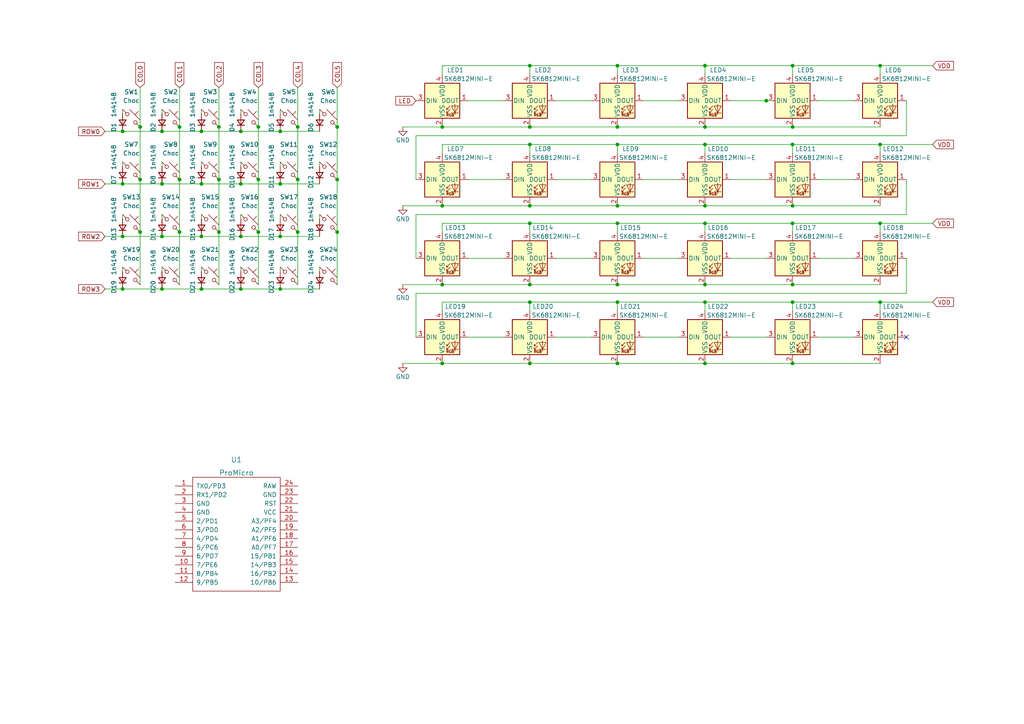
<source format=kicad_sch>
(kicad_sch (version 20211123) (generator eeschema)
  (paper "A4")
  (lib_symbols
    (symbol "Device:D_Small" (pin_numbers hide) (pin_names (offset 0.254) hide)
      (property "Reference" "D" (at -1.27 2.032 0))
      (property "Value" "D_Small" (at -3.81 -2.032 0))
      (symbol "D_Small_0_1"
        (polyline (pts (xy -0.762 -1.016) (xy -0.762 1.016)) (stroke (width 0.254)))
        (polyline (pts (xy -0.762 0) (xy 0.762 0)))
        (polyline (pts (xy 0.762 -1.016) (xy -0.762 0) (xy 0.762 1.016) (xy 0.762 -1.016)) (stroke (width 0.254)))
      )
      (symbol "D_Small_1_1"
        (pin passive line (at -2.54 0 0) (length 1.778) (name "K") (number "1"))
        (pin passive line (at 2.54 0 180) (length 1.778) (name "A") (number "2"))
      )
    )
    (symbol "LED:SK6812MINI" (pin_names (offset 0.254))
      (property "Reference" "D" (at 5.08 5.715 0))
      (property "Value" "SK6812MINI" (at 1.27 -5.715 0))
      (symbol "SK6812MINI_0_0"
        (text "RGB" (at 2.286 -4.191 0) (effects (font (size 0.762 0.762))))
      )
      (symbol "SK6812MINI_0_1"
        (polyline (pts (xy 1.27 -3.556) (xy 1.778 -3.556)))
        (polyline (pts (xy 1.27 -2.54) (xy 1.778 -2.54)))
        (polyline (pts (xy 4.699 -3.556) (xy 2.667 -3.556)))
        (polyline (pts (xy 2.286 -2.54) (xy 1.27 -3.556) (xy 1.27 -3.048)))
        (polyline (pts (xy 2.286 -1.524) (xy 1.27 -2.54) (xy 1.27 -2.032)))
        (polyline (pts (xy 3.683 -1.016) (xy 3.683 -3.556) (xy 3.683 -4.064)))
        (polyline (pts (xy 4.699 -1.524) (xy 2.667 -1.524) (xy 3.683 -3.556) (xy 4.699 -1.524)))
        (rectangle (start 5.08 5.08) (end -5.08 -5.08) (stroke (width 0.254)) (fill (type background)))
      )
      (symbol "SK6812MINI_1_1"
        (pin output line (at 7.62 0 180) (length 2.54) (name "DOUT") (number "1"))
        (pin power_in line (at 0 -7.62 90) (length 2.54) (name "VSS") (number "2"))
        (pin input line (at -7.62 0 0) (length 2.54) (name "DIN") (number "3"))
        (pin power_in line (at 0 7.62 270) (length 2.54) (name "VDD") (number "4"))
      )
    )
    (symbol "Switch:SW_Push_45deg" (pin_numbers hide) (pin_names (offset 1.016) hide)
      (property "Reference" "SW" (at 3.048 1.016 0))
      (property "Value" "SW_Push_45deg" (at 0 -3.81 0))
      (symbol "SW_Push_45deg_0_1"
        (circle (center -1.1684 1.1684) (radius 0.508))
        (polyline (pts (xy -0.508 2.54) (xy 2.54 -0.508)))
        (polyline (pts (xy 1.016 1.016) (xy 2.032 2.032)))
        (polyline (pts (xy -2.54 2.54) (xy -1.524 1.524) (xy -1.524 1.524)))
        (polyline (pts (xy 1.524 -1.524) (xy 2.54 -2.54) (xy 2.54 -2.54) (xy 2.54 -2.54)))
        (circle (center 1.143 -1.1938) (radius 0.508))
        (pin passive line (at -2.54 2.54 0) (length 0) (name "1") (number "1"))
        (pin passive line (at 2.54 -2.54 180) (length 0) (name "2") (number "2"))
      )
    )
    (symbol "keebio:ProMicro" (pin_names (offset 1.016))
      (property "Reference" "U" (at 0 0 0))
      (property "Value" "ProMicro" (at 0 -19.05 0))
      (symbol "ProMicro_0_1"
        (rectangle (start -12.7 -16.51) (end 12.7 16.51))
      )
      (symbol "ProMicro_1_1"
        (pin input line (at -17.78 13.97 0) (length 5.08) (name "TX0/PD3") (number "1"))
        (pin input line (at -17.78 -8.89 0) (length 5.08) (name "7/PE6") (number "10"))
        (pin input line (at -17.78 -11.43 0) (length 5.08) (name "8/PB4") (number "11"))
        (pin input line (at -17.78 -13.97 0) (length 5.08) (name "9/PB5") (number "12"))
        (pin input line (at 17.78 -13.97 180) (length 5.08) (name "10/PB6") (number "13"))
        (pin input line (at 17.78 -11.43 180) (length 5.08) (name "16/PB2") (number "14"))
        (pin input line (at 17.78 -8.89 180) (length 5.08) (name "14/PB3") (number "15"))
        (pin input line (at 17.78 -6.35 180) (length 5.08) (name "15/PB1") (number "16"))
        (pin input line (at 17.78 -3.81 180) (length 5.08) (name "A0/PF7") (number "17"))
        (pin input line (at 17.78 -1.27 180) (length 5.08) (name "A1/PF6") (number "18"))
        (pin input line (at 17.78 1.27 180) (length 5.08) (name "A2/PF5") (number "19"))
        (pin input line (at -17.78 11.43 0) (length 5.08) (name "RX1/PD2") (number "2"))
        (pin input line (at 17.78 3.81 180) (length 5.08) (name "A3/PF4") (number "20"))
        (pin input line (at 17.78 6.35 180) (length 5.08) (name "VCC") (number "21"))
        (pin input line (at 17.78 8.89 180) (length 5.08) (name "RST") (number "22"))
        (pin input line (at 17.78 11.43 180) (length 5.08) (name "GND") (number "23"))
        (pin input line (at 17.78 13.97 180) (length 5.08) (name "RAW") (number "24"))
        (pin input line (at -17.78 8.89 0) (length 5.08) (name "GND") (number "3"))
        (pin input line (at -17.78 6.35 0) (length 5.08) (name "GND") (number "4"))
        (pin input line (at -17.78 3.81 0) (length 5.08) (name "2/PD1") (number "5"))
        (pin input line (at -17.78 1.27 0) (length 5.08) (name "3/PD0") (number "6"))
        (pin input line (at -17.78 -1.27 0) (length 5.08) (name "4/PD4") (number "7"))
        (pin input line (at -17.78 -3.81 0) (length 5.08) (name "5/PC6") (number "8"))
        (pin input line (at -17.78 -6.35 0) (length 5.08) (name "6/PD7") (number "9"))
      )
    )
    (symbol "power:GND" (power) (pin_names (offset 0))
      (property "Value" "GND" (at 0 -3.81 0))
      (symbol "GND_0_1"
        (polyline (pts (xy 0 0) (xy 0 -1.27) (xy 1.27 -1.27) (xy 0 -2.54) (xy -1.27 -1.27) (xy 0 -1.27)))
      )
      (symbol "GND_1_1"
        (pin power_in line (at 0 0 270) (length 0) hide (name "GND") (number "1"))
      )
    )
  )
  (junction (at 153.67 59.69))
  (junction (at 153.67 19.05))
  (junction (at 63.5 52.07))
  (junction (at 97.79 36.83))
  (junction (at 46.99 68.58))
  (junction (at 153.67 105.41))
  (junction (at 255.27 64.77))
  (junction (at 153.67 41.91))
  (junction (at 69.85 83.82))
  (junction (at 52.07 36.83))
  (junction (at 179.07 36.83))
  (junction (at 128.27 105.41))
  (junction (at 58.42 83.82))
  (junction (at 229.87 82.55))
  (junction (at 222.25 29.21))
  (junction (at 69.85 53.34))
  (junction (at 229.87 64.77))
  (junction (at 86.36 52.07))
  (junction (at 179.07 41.91))
  (junction (at 128.27 36.83))
  (junction (at 229.87 105.41))
  (junction (at 153.67 82.55))
  (junction (at 40.64 52.07))
  (junction (at 204.47 36.83))
  (junction (at 81.28 53.34))
  (junction (at 229.87 19.05))
  (junction (at 229.87 36.83))
  (junction (at 69.85 38.1))
  (junction (at 81.28 68.58))
  (junction (at 255.27 41.91))
  (junction (at 74.93 52.07))
  (junction (at 179.07 82.55))
  (junction (at 153.67 64.77))
  (junction (at 128.27 82.55))
  (junction (at 40.64 67.31))
  (junction (at 179.07 105.41))
  (junction (at 229.87 41.91))
  (junction (at 74.93 67.31))
  (junction (at 40.64 36.83))
  (junction (at 86.36 67.31))
  (junction (at 74.93 36.83))
  (junction (at 179.07 59.69))
  (junction (at 35.56 68.58))
  (junction (at 81.28 38.1))
  (junction (at 63.5 67.31))
  (junction (at 229.87 87.63))
  (junction (at 204.47 64.77))
  (junction (at 46.99 83.82))
  (junction (at 46.99 38.1))
  (junction (at 63.5 36.83))
  (junction (at 179.07 19.05))
  (junction (at 52.07 67.31))
  (junction (at 86.36 36.83))
  (junction (at 204.47 41.91))
  (junction (at 35.56 83.82))
  (junction (at 69.85 68.58))
  (junction (at 35.56 53.34))
  (junction (at 97.79 52.07))
  (junction (at 35.56 38.1))
  (junction (at 204.47 105.41))
  (junction (at 46.99 53.34))
  (junction (at 229.87 59.69))
  (junction (at 255.27 87.63))
  (junction (at 204.47 82.55))
  (junction (at 128.27 59.69))
  (junction (at 97.79 67.31))
  (junction (at 81.28 83.82))
  (junction (at 255.27 19.05))
  (junction (at 204.47 19.05))
  (junction (at 58.42 68.58))
  (junction (at 204.47 59.69))
  (junction (at 204.47 87.63))
  (junction (at 153.67 87.63))
  (junction (at 153.67 36.83))
  (junction (at 179.07 64.77))
  (junction (at 52.07 52.07))
  (junction (at 179.07 87.63))
  (junction (at 58.42 38.1))
  (junction (at 58.42 53.34))
  (no_connect (at 262.89 97.79))
  (wire (pts (xy 40.64 67.31) (xy 40.64 82.55)))
  (wire (pts (xy 255.27 41.91) (xy 270.51 41.91)))
  (wire (pts (xy 128.27 82.55) (xy 153.67 82.55)))
  (wire (pts (xy 97.79 52.07) (xy 97.79 67.31)))
  (wire (pts (xy 128.27 90.17) (xy 128.27 87.63)))
  (wire (pts (xy 212.09 97.79) (xy 222.25 97.79)))
  (wire (pts (xy 262.89 62.23) (xy 120.65 62.23)))
  (wire (pts (xy 186.69 52.07) (xy 196.85 52.07)))
  (wire (pts (xy 63.5 36.83) (xy 63.5 52.07)))
  (wire (pts (xy 229.87 19.05) (xy 255.27 19.05)))
  (wire (pts (xy 179.07 19.05) (xy 179.07 21.59)))
  (wire (pts (xy 46.99 62.23) (xy 46.99 63.5)))
  (wire (pts (xy 229.87 59.69) (xy 255.27 59.69)))
  (wire (pts (xy 52.07 67.31) (xy 52.07 82.55)))
  (wire (pts (xy 179.07 36.83) (xy 204.47 36.83)))
  (wire (pts (xy 69.85 46.99) (xy 69.85 48.26)))
  (wire (pts (xy 35.56 53.34) (xy 46.99 53.34)))
  (wire (pts (xy 135.89 29.21) (xy 146.05 29.21)))
  (wire (pts (xy 58.42 77.47) (xy 58.42 78.74)))
  (wire (pts (xy 128.27 64.77) (xy 153.67 64.77)))
  (wire (pts (xy 128.27 41.91) (xy 153.67 41.91)))
  (wire (pts (xy 58.42 46.99) (xy 58.42 48.26)))
  (wire (pts (xy 35.56 83.82) (xy 46.99 83.82)))
  (wire (pts (xy 52.07 25.4) (xy 52.07 36.83)))
  (wire (pts (xy 204.47 36.83) (xy 229.87 36.83)))
  (wire (pts (xy 35.56 38.1) (xy 46.99 38.1)))
  (wire (pts (xy 58.42 68.58) (xy 69.85 68.58)))
  (wire (pts (xy 58.42 53.34) (xy 69.85 53.34)))
  (wire (pts (xy 35.56 62.23) (xy 35.56 63.5)))
  (wire (pts (xy 81.28 68.58) (xy 92.71 68.58)))
  (wire (pts (xy 30.48 53.34) (xy 35.56 53.34)))
  (wire (pts (xy 153.67 59.69) (xy 179.07 59.69)))
  (wire (pts (xy 69.85 77.47) (xy 69.85 78.74)))
  (wire (pts (xy 40.64 36.83) (xy 40.64 52.07)))
  (wire (pts (xy 30.48 68.58) (xy 35.56 68.58)))
  (wire (pts (xy 46.99 31.75) (xy 46.99 33.02)))
  (wire (pts (xy 262.89 39.37) (xy 120.65 39.37)))
  (wire (pts (xy 204.47 19.05) (xy 229.87 19.05)))
  (wire (pts (xy 128.27 105.41) (xy 153.67 105.41)))
  (wire (pts (xy 135.89 97.79) (xy 146.05 97.79)))
  (wire (pts (xy 179.07 82.55) (xy 204.47 82.55)))
  (wire (pts (xy 179.07 41.91) (xy 204.47 41.91)))
  (wire (pts (xy 255.27 41.91) (xy 255.27 44.45)))
  (wire (pts (xy 153.67 87.63) (xy 179.07 87.63)))
  (wire (pts (xy 30.48 38.1) (xy 35.56 38.1)))
  (wire (pts (xy 229.87 87.63) (xy 255.27 87.63)))
  (wire (pts (xy 69.85 38.1) (xy 81.28 38.1)))
  (wire (pts (xy 128.27 19.05) (xy 153.67 19.05)))
  (wire (pts (xy 186.69 29.21) (xy 196.85 29.21)))
  (wire (pts (xy 161.29 29.21) (xy 171.45 29.21)))
  (wire (pts (xy 179.07 64.77) (xy 179.07 67.31)))
  (wire (pts (xy 161.29 74.93) (xy 171.45 74.93)))
  (wire (pts (xy 58.42 83.82) (xy 69.85 83.82)))
  (wire (pts (xy 179.07 19.05) (xy 204.47 19.05)))
  (wire (pts (xy 63.5 52.07) (xy 63.5 67.31)))
  (wire (pts (xy 81.28 77.47) (xy 81.28 78.74)))
  (wire (pts (xy 153.67 64.77) (xy 153.67 67.31)))
  (wire (pts (xy 116.84 59.69) (xy 128.27 59.69)))
  (wire (pts (xy 262.89 52.07) (xy 262.89 62.23)))
  (wire (pts (xy 229.87 82.55) (xy 255.27 82.55)))
  (wire (pts (xy 153.67 87.63) (xy 153.67 90.17)))
  (wire (pts (xy 161.29 52.07) (xy 171.45 52.07)))
  (wire (pts (xy 92.71 62.23) (xy 92.71 63.5)))
  (wire (pts (xy 86.36 36.83) (xy 86.36 52.07)))
  (wire (pts (xy 237.49 29.21) (xy 247.65 29.21)))
  (wire (pts (xy 179.07 64.77) (xy 204.47 64.77)))
  (wire (pts (xy 30.48 83.82) (xy 35.56 83.82)))
  (wire (pts (xy 128.27 36.83) (xy 153.67 36.83)))
  (wire (pts (xy 204.47 82.55) (xy 229.87 82.55)))
  (wire (pts (xy 46.99 46.99) (xy 46.99 48.26)))
  (wire (pts (xy 237.49 74.93) (xy 247.65 74.93)))
  (wire (pts (xy 46.99 38.1) (xy 58.42 38.1)))
  (wire (pts (xy 212.09 29.21) (xy 222.25 29.21)))
  (wire (pts (xy 81.28 83.82) (xy 92.71 83.82)))
  (wire (pts (xy 46.99 77.47) (xy 46.99 78.74)))
  (wire (pts (xy 153.67 41.91) (xy 179.07 41.91)))
  (wire (pts (xy 212.09 74.93) (xy 222.25 74.93)))
  (wire (pts (xy 153.67 19.05) (xy 179.07 19.05)))
  (wire (pts (xy 161.29 97.79) (xy 171.45 97.79)))
  (wire (pts (xy 35.56 31.75) (xy 35.56 33.02)))
  (wire (pts (xy 237.49 52.07) (xy 247.65 52.07)))
  (wire (pts (xy 179.07 105.41) (xy 204.47 105.41)))
  (wire (pts (xy 120.65 62.23) (xy 120.65 74.93)))
  (wire (pts (xy 63.5 67.31) (xy 63.5 82.55)))
  (wire (pts (xy 229.87 87.63) (xy 229.87 90.17)))
  (wire (pts (xy 204.47 105.41) (xy 229.87 105.41)))
  (wire (pts (xy 74.93 36.83) (xy 74.93 52.07)))
  (wire (pts (xy 52.07 52.07) (xy 52.07 67.31)))
  (wire (pts (xy 212.09 52.07) (xy 222.25 52.07)))
  (wire (pts (xy 262.89 29.21) (xy 262.89 39.37)))
  (wire (pts (xy 116.84 82.55) (xy 128.27 82.55)))
  (wire (pts (xy 204.47 64.77) (xy 204.47 67.31)))
  (wire (pts (xy 69.85 83.82) (xy 81.28 83.82)))
  (wire (pts (xy 86.36 67.31) (xy 86.36 82.55)))
  (wire (pts (xy 69.85 62.23) (xy 69.85 63.5)))
  (wire (pts (xy 255.27 87.63) (xy 270.51 87.63)))
  (wire (pts (xy 116.84 36.83) (xy 128.27 36.83)))
  (wire (pts (xy 35.56 46.99) (xy 35.56 48.26)))
  (wire (pts (xy 255.27 64.77) (xy 270.51 64.77)))
  (wire (pts (xy 204.47 19.05) (xy 204.47 21.59)))
  (wire (pts (xy 204.47 41.91) (xy 229.87 41.91)))
  (wire (pts (xy 116.84 105.41) (xy 128.27 105.41)))
  (wire (pts (xy 74.93 52.07) (xy 74.93 67.31)))
  (wire (pts (xy 128.27 59.69) (xy 153.67 59.69)))
  (wire (pts (xy 229.87 64.77) (xy 255.27 64.77)))
  (wire (pts (xy 255.27 87.63) (xy 255.27 90.17)))
  (wire (pts (xy 128.27 87.63) (xy 153.67 87.63)))
  (wire (pts (xy 97.79 25.4) (xy 97.79 36.83)))
  (wire (pts (xy 255.27 19.05) (xy 270.51 19.05)))
  (wire (pts (xy 74.93 67.31) (xy 74.93 82.55)))
  (wire (pts (xy 153.67 64.77) (xy 179.07 64.77)))
  (wire (pts (xy 81.28 31.75) (xy 81.28 33.02)))
  (wire (pts (xy 186.69 97.79) (xy 196.85 97.79)))
  (wire (pts (xy 204.47 64.77) (xy 229.87 64.77)))
  (wire (pts (xy 128.27 67.31) (xy 128.27 64.77)))
  (wire (pts (xy 74.93 25.4) (xy 74.93 36.83)))
  (wire (pts (xy 135.89 74.93) (xy 146.05 74.93)))
  (wire (pts (xy 58.42 38.1) (xy 69.85 38.1)))
  (wire (pts (xy 204.47 41.91) (xy 204.47 44.45)))
  (wire (pts (xy 262.89 74.93) (xy 262.89 85.09)))
  (wire (pts (xy 97.79 36.83) (xy 97.79 52.07)))
  (wire (pts (xy 46.99 53.34) (xy 58.42 53.34)))
  (wire (pts (xy 92.71 77.47) (xy 92.71 78.74)))
  (wire (pts (xy 179.07 87.63) (xy 204.47 87.63)))
  (wire (pts (xy 255.27 64.77) (xy 255.27 67.31)))
  (wire (pts (xy 262.89 85.09) (xy 120.65 85.09)))
  (wire (pts (xy 58.42 62.23) (xy 58.42 63.5)))
  (wire (pts (xy 58.42 31.75) (xy 58.42 33.02)))
  (wire (pts (xy 229.87 36.83) (xy 255.27 36.83)))
  (wire (pts (xy 153.67 105.41) (xy 179.07 105.41)))
  (wire (pts (xy 40.64 25.4) (xy 40.64 36.83)))
  (wire (pts (xy 63.5 25.4) (xy 63.5 36.83)))
  (wire (pts (xy 69.85 53.34) (xy 81.28 53.34)))
  (wire (pts (xy 229.87 41.91) (xy 255.27 41.91)))
  (wire (pts (xy 204.47 59.69) (xy 229.87 59.69)))
  (wire (pts (xy 97.79 67.31) (xy 97.79 82.55)))
  (wire (pts (xy 153.67 19.05) (xy 153.67 21.59)))
  (wire (pts (xy 153.67 41.91) (xy 153.67 44.45)))
  (wire (pts (xy 69.85 68.58) (xy 81.28 68.58)))
  (wire (pts (xy 86.36 52.07) (xy 86.36 67.31)))
  (wire (pts (xy 81.28 46.99) (xy 81.28 48.26)))
  (wire (pts (xy 46.99 83.82) (xy 58.42 83.82)))
  (wire (pts (xy 128.27 44.45) (xy 128.27 41.91)))
  (wire (pts (xy 135.89 52.07) (xy 146.05 52.07)))
  (wire (pts (xy 179.07 87.63) (xy 179.07 90.17)))
  (wire (pts (xy 229.87 64.77) (xy 229.87 67.31)))
  (wire (pts (xy 92.71 31.75) (xy 92.71 33.02)))
  (wire (pts (xy 153.67 82.55) (xy 179.07 82.55)))
  (wire (pts (xy 128.27 21.59) (xy 128.27 19.05)))
  (wire (pts (xy 35.56 68.58) (xy 46.99 68.58)))
  (wire (pts (xy 46.99 68.58) (xy 58.42 68.58)))
  (wire (pts (xy 229.87 41.91) (xy 229.87 44.45)))
  (wire (pts (xy 229.87 19.05) (xy 229.87 21.59)))
  (wire (pts (xy 120.65 85.09) (xy 120.65 97.79)))
  (wire (pts (xy 69.85 31.75) (xy 69.85 33.02)))
  (wire (pts (xy 237.49 97.79) (xy 247.65 97.79)))
  (wire (pts (xy 81.28 53.34) (xy 92.71 53.34)))
  (wire (pts (xy 186.69 74.93) (xy 196.85 74.93)))
  (wire (pts (xy 204.47 87.63) (xy 229.87 87.63)))
  (wire (pts (xy 81.28 38.1) (xy 92.71 38.1)))
  (wire (pts (xy 229.87 105.41) (xy 255.27 105.41)))
  (wire (pts (xy 86.36 25.4) (xy 86.36 36.83)))
  (wire (pts (xy 52.07 36.83) (xy 52.07 52.07)))
  (wire (pts (xy 222.25 29.21) (xy 223.52 29.21)))
  (wire (pts (xy 179.07 59.69) (xy 204.47 59.69)))
  (wire (pts (xy 92.71 46.99) (xy 92.71 48.26)))
  (wire (pts (xy 204.47 87.63) (xy 204.47 90.17)))
  (wire (pts (xy 81.28 62.23) (xy 81.28 63.5)))
  (wire (pts (xy 40.64 52.07) (xy 40.64 67.31)))
  (wire (pts (xy 179.07 41.91) (xy 179.07 44.45)))
  (wire (pts (xy 153.67 36.83) (xy 179.07 36.83)))
  (wire (pts (xy 120.65 39.37) (xy 120.65 52.07)))
  (wire (pts (xy 35.56 77.47) (xy 35.56 78.74)))
  (wire (pts (xy 255.27 19.05) (xy 255.27 21.59)))
  (global_label "COL0" (shape input) (at 40.64 25.4 90) (property "Intersheet References" "${INTERSHEET_REFS}" (effects hide)))
  (global_label "VDD" (shape input) (at 270.51 64.77 0) (property "Intersheet References" "${INTERSHEET_REFS}" (effects hide)))
  (global_label "COL3" (shape input) (at 74.93 25.4 90) (property "Intersheet References" "${INTERSHEET_REFS}" (effects hide)))
  (global_label "VDD" (shape input) (at 270.51 19.05 0) (property "Intersheet References" "${INTERSHEET_REFS}" (effects hide)))
  (global_label "COL2" (shape input) (at 63.5 25.4 90) (property "Intersheet References" "${INTERSHEET_REFS}" (effects hide)))
  (global_label "LED" (shape input) (at 120.65 29.21 180) (property "Intersheet References" "${INTERSHEET_REFS}" (effects hide)))
  (global_label "ROW1" (shape input) (at 30.48 53.34 180) (property "Intersheet References" "${INTERSHEET_REFS}" (effects hide)))
  (global_label "COL1" (shape input) (at 52.07 25.4 90) (property "Intersheet References" "${INTERSHEET_REFS}" (effects hide)))
  (global_label "VDD" (shape input) (at 270.51 87.63 0) (property "Intersheet References" "${INTERSHEET_REFS}" (effects hide)))
  (global_label "COL5" (shape input) (at 97.79 25.4 90) (property "Intersheet References" "${INTERSHEET_REFS}" (effects hide)))
  (global_label "ROW0" (shape input) (at 30.48 38.1 180) (property "Intersheet References" "${INTERSHEET_REFS}" (effects hide)))
  (global_label "ROW2" (shape input) (at 30.48 68.58 180) (property "Intersheet References" "${INTERSHEET_REFS}" (effects hide)))
  (global_label "ROW3" (shape input) (at 30.48 83.82 180) (property "Intersheet References" "${INTERSHEET_REFS}" (effects hide)))
  (global_label "COL4" (shape input) (at 86.36 25.4 90) (property "Intersheet References" "${INTERSHEET_REFS}" (effects hide)))
  (global_label "VDD" (shape input) (at 270.51 41.91 0) (property "Intersheet References" "${INTERSHEET_REFS}" (effects hide)))
  (symbol (lib_id "Device:D_Small") (at 35.56 35.56 90) (unit 1)
    (property "Reference" "D1" (at 33.02 35.56 0) (effects (justify right)))
    (property "Value" "1n4148" (at 33.02 26.67 0) (effects (justify right)))
    (property "Footprint" "reversible-kicad-footprints:D_SOD-123" (effects hide))
  )
  (symbol (lib_id "Device:D_Small") (at 81.28 35.56 90) (unit 1)
    (property "Reference" "D5" (at 78.74 35.56 0) (effects (justify right)))
    (property "Value" "1n4148" (at 78.74 26.67 0) (effects (justify right)))
    (property "Footprint" "reversible-kicad-footprints:D_SOD-123" (effects hide))
  )
  (symbol (lib_id "Device:D_Small") (at 46.99 81.28 90) (unit 1)
    (property "Reference" "D20" (at 44.45 81.28 0) (effects (justify right)))
    (property "Value" "1n4148" (at 44.45 72.39 0) (effects (justify right)))
    (property "Footprint" "reversible-kicad-footprints:D_SOD-123" (effects hide))
  )
  (symbol (lib_id "Device:D_Small") (at 46.99 50.8 90) (unit 1)
    (property "Reference" "D8" (at 44.45 50.8 0) (effects (justify right)))
    (property "Value" "1n4148" (at 44.45 41.91 0) (effects (justify right)))
    (property "Footprint" "reversible-kicad-footprints:D_SOD-123" (effects hide))
  )
  (symbol (lib_id "Device:D_Small") (at 69.85 50.8 90) (unit 1)
    (property "Reference" "D10" (at 67.31 50.8 0) (effects (justify right)))
    (property "Value" "1n4148" (at 67.31 41.91 0) (effects (justify right)))
    (property "Footprint" "reversible-kicad-footprints:D_SOD-123" (effects hide))
  )
  (symbol (lib_id "Device:D_Small") (at 92.71 66.04 90) (unit 1)
    (property "Reference" "D18" (at 90.17 66.04 0) (effects (justify right)))
    (property "Value" "1n4148" (at 90.17 57.15 0) (effects (justify right)))
    (property "Footprint" "reversible-kicad-footprints:D_SOD-123" (effects hide))
  )
  (symbol (lib_id "LED:SK6812MINI") (at 204.47 97.79 0) (unit 1)
    (property "Reference" "LED22" (at 208.28 88.9 0))
    (property "Value" "SK6812MINI-E" (at 212.09 91.44 0))
    (property "Footprint" "tufourn-components:SK6812Mini-E" (effects hide))
    (property "Datasheet" "https://cdn-shop.adafruit.com/product-files/2686/SK6812MINI_REV.01-1-2.pdf" (effects hide))
  )
  (symbol (lib_id "Device:D_Small") (at 58.42 50.8 90) (unit 1)
    (property "Reference" "D9" (at 55.88 50.8 0) (effects (justify right)))
    (property "Value" "1n4148" (at 55.88 41.91 0) (effects (justify right)))
    (property "Footprint" "reversible-kicad-footprints:D_SOD-123" (effects hide))
  )
  (symbol (lib_id "Switch:SW_Push_45deg") (at 49.53 34.29 0) (unit 1)
    (property "Reference" "SW2" (at 49.53 26.67 0))
    (property "Value" "Choc" (at 49.53 29.21 0))
    (property "Footprint" "tufourn-components:Kailh_socket_PG1350_reversible" (effects hide))
  )
  (symbol (lib_id "LED:SK6812MINI") (at 204.47 29.21 0) (unit 1)
    (property "Reference" "LED4" (at 208.28 20.32 0))
    (property "Value" "SK6812MINI-E" (at 212.09 22.86 0))
    (property "Footprint" "tufourn-components:SK6812Mini-E" (effects hide))
    (property "Datasheet" "https://cdn-shop.adafruit.com/product-files/2686/SK6812MINI_REV.01-1-2.pdf" (effects hide))
  )
  (symbol (lib_id "Switch:SW_Push_45deg") (at 83.82 64.77 0) (unit 1)
    (property "Reference" "SW17" (at 83.82 57.15 0))
    (property "Value" "Choc" (at 83.82 59.69 0))
    (property "Footprint" "tufourn-components:Kailh_socket_PG1350_reversible" (effects hide))
  )
  (symbol (lib_id "Device:D_Small") (at 69.85 81.28 90) (unit 1)
    (property "Reference" "D22" (at 67.31 81.28 0) (effects (justify right)))
    (property "Value" "1n4148" (at 67.31 72.39 0) (effects (justify right)))
    (property "Footprint" "reversible-kicad-footprints:D_SOD-123" (effects hide))
  )
  (symbol (lib_id "Switch:SW_Push_45deg") (at 95.25 80.01 0) (unit 1)
    (property "Reference" "SW24" (at 95.25 72.39 0))
    (property "Value" "Choc" (at 95.25 74.93 0))
    (property "Footprint" "tufourn-components:Kailh_socket_PG1350_reversible" (effects hide))
  )
  (symbol (lib_id "Device:D_Small") (at 35.56 50.8 90) (unit 1)
    (property "Reference" "D7" (at 33.02 50.8 0) (effects (justify right)))
    (property "Value" "1n4148" (at 33.02 41.91 0) (effects (justify right)))
    (property "Footprint" "reversible-kicad-footprints:D_SOD-123" (effects hide))
  )
  (symbol (lib_id "LED:SK6812MINI") (at 255.27 29.21 0) (unit 1)
    (property "Reference" "LED6" (at 259.08 20.32 0))
    (property "Value" "SK6812MINI-E" (at 262.89 22.86 0))
    (property "Footprint" "tufourn-components:SK6812Mini-E" (effects hide))
    (property "Datasheet" "https://cdn-shop.adafruit.com/product-files/2686/SK6812MINI_REV.01-1-2.pdf" (effects hide))
  )
  (symbol (lib_id "Device:D_Small") (at 46.99 35.56 90) (unit 1)
    (property "Reference" "D2" (at 44.45 35.56 0) (effects (justify right)))
    (property "Value" "1n4148" (at 44.45 26.67 0) (effects (justify right)))
    (property "Footprint" "reversible-kicad-footprints:D_SOD-123" (effects hide))
  )
  (symbol (lib_id "Device:D_Small") (at 69.85 66.04 90) (unit 1)
    (property "Reference" "D16" (at 67.31 66.04 0) (effects (justify right)))
    (property "Value" "1n4148" (at 67.31 57.15 0) (effects (justify right)))
    (property "Footprint" "reversible-kicad-footprints:D_SOD-123" (effects hide))
  )
  (symbol (lib_id "Device:D_Small") (at 92.71 35.56 90) (unit 1)
    (property "Reference" "D6" (at 90.17 35.56 0) (effects (justify right)))
    (property "Value" "1n4148" (at 90.17 26.67 0) (effects (justify right)))
    (property "Footprint" "reversible-kicad-footprints:D_SOD-123" (effects hide))
  )
  (symbol (lib_id "LED:SK6812MINI") (at 255.27 97.79 0) (unit 1)
    (property "Reference" "LED24" (at 259.08 88.9 0))
    (property "Value" "SK6812MINI-E" (at 262.89 91.44 0))
    (property "Footprint" "tufourn-components:SK6812Mini-E" (effects hide))
    (property "Datasheet" "https://cdn-shop.adafruit.com/product-files/2686/SK6812MINI_REV.01-1-2.pdf" (effects hide))
  )
  (symbol (lib_id "LED:SK6812MINI") (at 128.27 29.21 0) (unit 1)
    (property "Reference" "LED1" (at 132.08 20.32 0))
    (property "Value" "SK6812MINI-E" (at 135.89 22.86 0))
    (property "Footprint" "tufourn-components:SK6812Mini-E" (effects hide))
    (property "Datasheet" "https://cdn-shop.adafruit.com/product-files/2686/SK6812MINI_REV.01-1-2.pdf" (effects hide))
  )
  (symbol (lib_id "LED:SK6812MINI") (at 153.67 97.79 0) (unit 1)
    (property "Reference" "LED20" (at 157.48 88.9 0))
    (property "Value" "SK6812MINI-E" (at 161.29 91.44 0))
    (property "Footprint" "tufourn-components:SK6812Mini-E" (effects hide))
    (property "Datasheet" "https://cdn-shop.adafruit.com/product-files/2686/SK6812MINI_REV.01-1-2.pdf" (effects hide))
  )
  (symbol (lib_id "power:GND") (at 116.84 105.41 0) (unit 1)
    (property "Reference" "#PWR04" (effects hide))
    (property "Value" "GND" (at 116.84 109.22 0))
  )
  (symbol (lib_id "Switch:SW_Push_45deg") (at 95.25 34.29 0) (unit 1)
    (property "Reference" "SW6" (at 95.25 26.67 0))
    (property "Value" "Choc" (at 95.25 29.21 0))
    (property "Footprint" "tufourn-components:Kailh_socket_PG1350_reversible" (effects hide))
  )
  (symbol (lib_id "LED:SK6812MINI") (at 255.27 74.93 0) (unit 1)
    (property "Reference" "LED18" (at 259.08 66.04 0))
    (property "Value" "SK6812MINI-E" (at 262.89 68.58 0))
    (property "Footprint" "tufourn-components:SK6812Mini-E" (effects hide))
    (property "Datasheet" "https://cdn-shop.adafruit.com/product-files/2686/SK6812MINI_REV.01-1-2.pdf" (effects hide))
  )
  (symbol (lib_id "LED:SK6812MINI") (at 179.07 74.93 0) (unit 1)
    (property "Reference" "LED15" (at 182.88 66.04 0))
    (property "Value" "SK6812MINI-E" (at 186.69 68.58 0))
    (property "Footprint" "tufourn-components:SK6812Mini-E" (effects hide))
    (property "Datasheet" "https://cdn-shop.adafruit.com/product-files/2686/SK6812MINI_REV.01-1-2.pdf" (effects hide))
  )
  (symbol (lib_id "power:GND") (at 116.84 82.55 0) (unit 1)
    (property "Reference" "#PWR03" (effects hide))
    (property "Value" "GND" (at 116.84 86.36 0))
  )
  (symbol (lib_id "Device:D_Small") (at 81.28 50.8 90) (unit 1)
    (property "Reference" "D11" (at 78.74 50.8 0) (effects (justify right)))
    (property "Value" "1n4148" (at 78.74 41.91 0) (effects (justify right)))
    (property "Footprint" "reversible-kicad-footprints:D_SOD-123" (effects hide))
  )
  (symbol (lib_id "LED:SK6812MINI") (at 153.67 29.21 0) (unit 1)
    (property "Reference" "LED2" (at 157.48 20.32 0))
    (property "Value" "SK6812MINI-E" (at 161.29 22.86 0))
    (property "Footprint" "tufourn-components:SK6812Mini-E" (effects hide))
    (property "Datasheet" "https://cdn-shop.adafruit.com/product-files/2686/SK6812MINI_REV.01-1-2.pdf" (effects hide))
  )
  (symbol (lib_id "Device:D_Small") (at 46.99 66.04 90) (unit 1)
    (property "Reference" "D14" (at 44.45 66.04 0) (effects (justify right)))
    (property "Value" "1n4148" (at 44.45 57.15 0) (effects (justify right)))
    (property "Footprint" "reversible-kicad-footprints:D_SOD-123" (effects hide))
  )
  (symbol (lib_id "LED:SK6812MINI") (at 153.67 74.93 0) (unit 1)
    (property "Reference" "LED14" (at 157.48 66.04 0))
    (property "Value" "SK6812MINI-E" (at 161.29 68.58 0))
    (property "Footprint" "tufourn-components:SK6812Mini-E" (effects hide))
    (property "Datasheet" "https://cdn-shop.adafruit.com/product-files/2686/SK6812MINI_REV.01-1-2.pdf" (effects hide))
  )
  (symbol (lib_id "LED:SK6812MINI") (at 179.07 52.07 0) (unit 1)
    (property "Reference" "LED9" (at 182.88 43.18 0))
    (property "Value" "SK6812MINI-E" (at 186.69 45.72 0))
    (property "Footprint" "tufourn-components:SK6812Mini-E" (effects hide))
    (property "Datasheet" "https://cdn-shop.adafruit.com/product-files/2686/SK6812MINI_REV.01-1-2.pdf" (effects hide))
  )
  (symbol (lib_id "Switch:SW_Push_45deg") (at 83.82 80.01 0) (unit 1)
    (property "Reference" "SW23" (at 83.82 72.39 0))
    (property "Value" "Choc" (at 83.82 74.93 0))
    (property "Footprint" "tufourn-components:Kailh_socket_PG1350_reversible" (effects hide))
  )
  (symbol (lib_id "Switch:SW_Push_45deg") (at 95.25 49.53 0) (unit 1)
    (property "Reference" "SW12" (at 95.25 41.91 0))
    (property "Value" "Choc" (at 95.25 44.45 0))
    (property "Footprint" "tufourn-components:Kailh_socket_PG1350_reversible" (effects hide))
  )
  (symbol (lib_id "LED:SK6812MINI") (at 179.07 97.79 0) (unit 1)
    (property "Reference" "LED21" (at 182.88 88.9 0))
    (property "Value" "SK6812MINI-E" (at 186.69 91.44 0))
    (property "Footprint" "tufourn-components:SK6812Mini-E" (effects hide))
    (property "Datasheet" "https://cdn-shop.adafruit.com/product-files/2686/SK6812MINI_REV.01-1-2.pdf" (effects hide))
  )
  (symbol (lib_id "Switch:SW_Push_45deg") (at 83.82 34.29 0) (unit 1)
    (property "Reference" "SW5" (at 83.82 26.67 0))
    (property "Value" "Choc" (at 83.82 29.21 0))
    (property "Footprint" "tufourn-components:Kailh_socket_PG1350_reversible" (effects hide))
  )
  (symbol (lib_id "Device:D_Small") (at 58.42 35.56 90) (unit 1)
    (property "Reference" "D3" (at 55.88 35.56 0) (effects (justify right)))
    (property "Value" "1n4148" (at 55.88 26.67 0) (effects (justify right)))
    (property "Footprint" "reversible-kicad-footprints:D_SOD-123" (effects hide))
  )
  (symbol (lib_id "Device:D_Small") (at 81.28 66.04 90) (unit 1)
    (property "Reference" "D17" (at 78.74 66.04 0) (effects (justify right)))
    (property "Value" "1n4148" (at 78.74 57.15 0) (effects (justify right)))
    (property "Footprint" "reversible-kicad-footprints:D_SOD-123" (effects hide))
  )
  (symbol (lib_id "LED:SK6812MINI") (at 229.87 29.21 0) (unit 1)
    (property "Reference" "LED5" (at 233.68 20.32 0))
    (property "Value" "SK6812MINI-E" (at 237.49 22.86 0))
    (property "Footprint" "tufourn-components:SK6812Mini-E" (effects hide))
    (property "Datasheet" "https://cdn-shop.adafruit.com/product-files/2686/SK6812MINI_REV.01-1-2.pdf" (effects hide))
  )
  (symbol (lib_id "LED:SK6812MINI") (at 204.47 52.07 0) (unit 1)
    (property "Reference" "LED10" (at 208.28 43.18 0))
    (property "Value" "SK6812MINI-E" (at 212.09 45.72 0))
    (property "Footprint" "tufourn-components:SK6812Mini-E" (effects hide))
    (property "Datasheet" "https://cdn-shop.adafruit.com/product-files/2686/SK6812MINI_REV.01-1-2.pdf" (effects hide))
  )
  (symbol (lib_id "Device:D_Small") (at 35.56 81.28 90) (unit 1)
    (property "Reference" "D19" (at 33.02 81.28 0) (effects (justify right)))
    (property "Value" "1n4148" (at 33.02 72.39 0) (effects (justify right)))
    (property "Footprint" "reversible-kicad-footprints:D_SOD-123" (effects hide))
  )
  (symbol (lib_id "LED:SK6812MINI") (at 229.87 74.93 0) (unit 1)
    (property "Reference" "LED17" (at 233.68 66.04 0))
    (property "Value" "SK6812MINI-E" (at 237.49 68.58 0))
    (property "Footprint" "tufourn-components:SK6812Mini-E" (effects hide))
    (property "Datasheet" "https://cdn-shop.adafruit.com/product-files/2686/SK6812MINI_REV.01-1-2.pdf" (effects hide))
  )
  (symbol (lib_id "Device:D_Small") (at 58.42 81.28 90) (unit 1)
    (property "Reference" "D21" (at 55.88 81.28 0) (effects (justify right)))
    (property "Value" "1n4148" (at 55.88 72.39 0) (effects (justify right)))
    (property "Footprint" "reversible-kicad-footprints:D_SOD-123" (effects hide))
  )
  (symbol (lib_id "Switch:SW_Push_45deg") (at 72.39 34.29 0) (unit 1)
    (property "Reference" "SW4" (at 72.39 26.67 0))
    (property "Value" "Choc" (at 72.39 29.21 0))
    (property "Footprint" "tufourn-components:Kailh_socket_PG1350_reversible" (effects hide))
  )
  (symbol (lib_id "LED:SK6812MINI") (at 128.27 97.79 0) (unit 1)
    (property "Reference" "LED19" (at 132.08 88.9 0))
    (property "Value" "SK6812MINI-E" (at 135.89 91.44 0))
    (property "Footprint" "tufourn-components:SK6812Mini-E" (effects hide))
    (property "Datasheet" "https://cdn-shop.adafruit.com/product-files/2686/SK6812MINI_REV.01-1-2.pdf" (effects hide))
  )
  (symbol (lib_id "LED:SK6812MINI") (at 229.87 52.07 0) (unit 1)
    (property "Reference" "LED11" (at 233.68 43.18 0))
    (property "Value" "SK6812MINI-E" (at 237.49 45.72 0))
    (property "Footprint" "tufourn-components:SK6812Mini-E" (effects hide))
    (property "Datasheet" "https://cdn-shop.adafruit.com/product-files/2686/SK6812MINI_REV.01-1-2.pdf" (effects hide))
  )
  (symbol (lib_id "Device:D_Small") (at 58.42 66.04 90) (unit 1)
    (property "Reference" "D15" (at 55.88 66.04 0) (effects (justify right)))
    (property "Value" "1n4148" (at 55.88 57.15 0) (effects (justify right)))
    (property "Footprint" "reversible-kicad-footprints:D_SOD-123" (effects hide))
  )
  (symbol (lib_id "LED:SK6812MINI") (at 229.87 97.79 0) (unit 1)
    (property "Reference" "LED23" (at 233.68 88.9 0))
    (property "Value" "SK6812MINI-E" (at 237.49 91.44 0))
    (property "Footprint" "tufourn-components:SK6812Mini-E" (effects hide))
    (property "Datasheet" "https://cdn-shop.adafruit.com/product-files/2686/SK6812MINI_REV.01-1-2.pdf" (effects hide))
  )
  (symbol (lib_id "LED:SK6812MINI") (at 255.27 52.07 0) (unit 1)
    (property "Reference" "LED12" (at 259.08 43.18 0))
    (property "Value" "SK6812MINI-E" (at 262.89 45.72 0))
    (property "Footprint" "tufourn-components:SK6812Mini-E" (effects hide))
    (property "Datasheet" "https://cdn-shop.adafruit.com/product-files/2686/SK6812MINI_REV.01-1-2.pdf" (effects hide))
  )
  (symbol (lib_id "LED:SK6812MINI") (at 204.47 74.93 0) (unit 1)
    (property "Reference" "LED16" (at 208.28 66.04 0))
    (property "Value" "SK6812MINI-E" (at 212.09 68.58 0))
    (property "Footprint" "tufourn-components:SK6812Mini-E" (effects hide))
    (property "Datasheet" "https://cdn-shop.adafruit.com/product-files/2686/SK6812MINI_REV.01-1-2.pdf" (effects hide))
  )
  (symbol (lib_id "power:GND") (at 116.84 36.83 0) (unit 1)
    (property "Reference" "#PWR01" (effects hide))
    (property "Value" "GND" (at 116.84 40.64 0))
  )
  (symbol (lib_id "power:GND") (at 116.84 59.69 0) (unit 1)
    (property "Reference" "#PWR02" (effects hide))
    (property "Value" "GND" (at 116.84 63.5 0))
  )
  (symbol (lib_id "Device:D_Small") (at 35.56 66.04 90) (unit 1)
    (property "Reference" "D13" (at 33.02 66.04 0) (effects (justify right)))
    (property "Value" "1n4148" (at 33.02 57.15 0) (effects (justify right)))
    (property "Footprint" "reversible-kicad-footprints:D_SOD-123" (effects hide))
  )
  (symbol (lib_id "Switch:SW_Push_45deg") (at 38.1 34.29 0) (unit 1)
    (property "Reference" "SW1" (at 38.1 26.67 0))
    (property "Value" "Choc" (at 38.1 29.21 0))
    (property "Footprint" "tufourn-components:Kailh_socket_PG1350_reversible" (effects hide))
  )
  (symbol (lib_id "Device:D_Small") (at 92.71 81.28 90) (unit 1)
    (property "Reference" "D24" (at 90.17 81.28 0) (effects (justify right)))
    (property "Value" "1n4148" (at 90.17 72.39 0) (effects (justify right)))
    (property "Footprint" "reversible-kicad-footprints:D_SOD-123" (effects hide))
  )
  (symbol (lib_id "Device:D_Small") (at 69.85 35.56 90) (unit 1)
    (property "Reference" "D4" (at 67.31 35.56 0) (effects (justify right)))
    (property "Value" "1n4148" (at 67.31 26.67 0) (effects (justify right)))
    (property "Footprint" "reversible-kicad-footprints:D_SOD-123" (effects hide))
  )
  (symbol (lib_id "Switch:SW_Push_45deg") (at 38.1 80.01 0) (unit 1)
    (property "Reference" "SW19" (at 38.1 72.39 0))
    (property "Value" "Choc" (at 38.1 74.93 0))
    (property "Footprint" "tufourn-components:Kailh_socket_PG1350_reversible" (effects hide))
  )
  (symbol (lib_id "Device:D_Small") (at 92.71 50.8 90) (unit 1)
    (property "Reference" "D12" (at 90.17 50.8 0) (effects (justify right)))
    (property "Value" "1n4148" (at 90.17 41.91 0) (effects (justify right)))
    (property "Footprint" "reversible-kicad-footprints:D_SOD-123" (effects hide))
  )
  (symbol (lib_id "Switch:SW_Push_45deg") (at 38.1 49.53 0) (unit 1)
    (property "Reference" "SW7" (at 38.1 41.91 0))
    (property "Value" "Choc" (at 38.1 44.45 0))
    (property "Footprint" "tufourn-components:Kailh_socket_PG1350_reversible" (effects hide))
  )
  (symbol (lib_id "Switch:SW_Push_45deg") (at 60.96 64.77 0) (unit 1)
    (property "Reference" "SW15" (at 60.96 57.15 0))
    (property "Value" "Choc" (at 60.96 59.69 0))
    (property "Footprint" "tufourn-components:Kailh_socket_PG1350_reversible" (effects hide))
  )
  (symbol (lib_id "Switch:SW_Push_45deg") (at 60.96 80.01 0) (unit 1)
    (property "Reference" "SW21" (at 60.96 72.39 0))
    (property "Value" "Choc" (at 60.96 74.93 0))
    (property "Footprint" "tufourn-components:Kailh_socket_PG1350_reversible" (effects hide))
  )
  (symbol (lib_id "Switch:SW_Push_45deg") (at 72.39 49.53 0) (unit 1)
    (property "Reference" "SW10" (at 72.39 41.91 0))
    (property "Value" "Choc" (at 72.39 44.45 0))
    (property "Footprint" "tufourn-components:Kailh_socket_PG1350_reversible" (effects hide))
  )
  (symbol (lib_id "Switch:SW_Push_45deg") (at 72.39 64.77 0) (unit 1)
    (property "Reference" "SW16" (at 72.39 57.15 0))
    (property "Value" "Choc" (at 72.39 59.69 0))
    (property "Footprint" "tufourn-components:Kailh_socket_PG1350_reversible" (effects hide))
  )
  (symbol (lib_id "Switch:SW_Push_45deg") (at 72.39 80.01 0) (unit 1)
    (property "Reference" "SW22" (at 72.39 72.39 0))
    (property "Value" "Choc" (at 72.39 74.93 0))
    (property "Footprint" "tufourn-components:Kailh_socket_PG1350_reversible" (effects hide))
  )
  (symbol (lib_id "LED:SK6812MINI") (at 128.27 74.93 0) (unit 1)
    (property "Reference" "LED13" (at 132.08 66.04 0))
    (property "Value" "SK6812MINI-E" (at 135.89 68.58 0))
    (property "Footprint" "tufourn-components:SK6812Mini-E" (effects hide))
    (property "Datasheet" "https://cdn-shop.adafruit.com/product-files/2686/SK6812MINI_REV.01-1-2.pdf" (effects hide))
  )
  (symbol (lib_id "Switch:SW_Push_45deg") (at 95.25 64.77 0) (unit 1)
    (property "Reference" "SW18" (at 95.25 57.15 0))
    (property "Value" "Choc" (at 95.25 59.69 0))
    (property "Footprint" "tufourn-components:Kailh_socket_PG1350_reversible" (effects hide))
  )
  (symbol (lib_id "LED:SK6812MINI") (at 153.67 52.07 0) (unit 1)
    (property "Reference" "LED8" (at 157.48 43.18 0))
    (property "Value" "SK6812MINI-E" (at 161.29 45.72 0))
    (property "Footprint" "tufourn-components:SK6812Mini-E" (effects hide))
    (property "Datasheet" "https://cdn-shop.adafruit.com/product-files/2686/SK6812MINI_REV.01-1-2.pdf" (effects hide))
  )
  (symbol (lib_id "Switch:SW_Push_45deg") (at 60.96 49.53 0) (unit 1)
    (property "Reference" "SW9" (at 60.96 41.91 0))
    (property "Value" "Choc" (at 60.96 44.45 0))
    (property "Footprint" "tufourn-components:Kailh_socket_PG1350_reversible" (effects hide))
  )
  (symbol (lib_id "LED:SK6812MINI") (at 128.27 52.07 0) (unit 1)
    (property "Reference" "LED7" (at 132.08 43.18 0))
    (property "Value" "SK6812MINI-E" (at 135.89 45.72 0))
    (property "Footprint" "tufourn-components:SK6812Mini-E" (effects hide))
    (property "Datasheet" "https://cdn-shop.adafruit.com/product-files/2686/SK6812MINI_REV.01-1-2.pdf" (effects hide))
  )
  (symbol (lib_id "Switch:SW_Push_45deg") (at 38.1 64.77 0) (unit 1)
    (property "Reference" "SW13" (at 38.1 57.15 0))
    (property "Value" "Choc" (at 38.1 59.69 0))
    (property "Footprint" "tufourn-components:Kailh_socket_PG1350_reversible" (effects hide))
  )
  (symbol (lib_id "Switch:SW_Push_45deg") (at 83.82 49.53 0) (unit 1)
    (property "Reference" "SW11" (at 83.82 41.91 0))
    (property "Value" "Choc" (at 83.82 44.45 0))
    (property "Footprint" "tufourn-components:Kailh_socket_PG1350_reversible" (effects hide))
  )
  (symbol (lib_id "Switch:SW_Push_45deg") (at 49.53 80.01 0) (unit 1)
    (property "Reference" "SW20" (at 49.53 72.39 0))
    (property "Value" "Choc" (at 49.53 74.93 0))
    (property "Footprint" "tufourn-components:Kailh_socket_PG1350_reversible" (effects hide))
  )
  (symbol (lib_id "Switch:SW_Push_45deg") (at 49.53 49.53 0) (unit 1)
    (property "Reference" "SW8" (at 49.53 41.91 0))
    (property "Value" "Choc" (at 49.53 44.45 0))
    (property "Footprint" "tufourn-components:Kailh_socket_PG1350_reversible" (effects hide))
  )
  (symbol (lib_id "Switch:SW_Push_45deg") (at 60.96 34.29 0) (unit 1)
    (property "Reference" "SW3" (at 60.96 26.67 0))
    (property "Value" "Choc" (at 60.96 29.21 0))
    (property "Footprint" "tufourn-components:Kailh_socket_PG1350_reversible" (effects hide))
  )
  (symbol (lib_id "keebio:ProMicro") (at 68.58 154.94 0) (unit 1)
    (property "Reference" "U1" (at 68.58 133.35 0) (effects (font (size 1.524 1.524))))
    (property "Value" "ProMicro" (at 68.58 137.16 0) (effects (font (size 1.524 1.524))))
    (property "Footprint" "pro-micro:ProMicro" (effects hide))
  )
  (symbol (lib_id "Device:D_Small") (at 81.28 81.28 90) (unit 1)
    (property "Reference" "D23" (at 78.74 81.28 0) (effects (justify right)))
    (property "Value" "1n4148" (at 78.74 72.39 0) (effects (justify right)))
    (property "Footprint" "reversible-kicad-footprints:D_SOD-123" (effects hide))
  )
  (symbol (lib_id "Switch:SW_Push_45deg") (at 49.53 64.77 0) (unit 1)
    (property "Reference" "SW14" (at 49.53 57.15 0))
    (property "Value" "Choc" (at 49.53 59.69 0))
    (property "Footprint" "tufourn-components:Kailh_socket_PG1350_reversible" (effects hide))
  )
  (symbol (lib_id "LED:SK6812MINI") (at 179.07 29.21 0) (unit 1)
    (property "Reference" "LED3" (at 182.88 20.32 0))
    (property "Value" "SK6812MINI-E" (at 186.69 22.86 0))
    (property "Footprint" "tufourn-components:SK6812Mini-E" (effects hide))
    (property "Datasheet" "https://cdn-shop.adafruit.com/product-files/2686/SK6812MINI_REV.01-1-2.pdf" (effects hide))
  )
)
</source>
